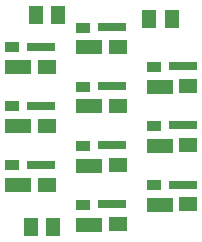
<source format=gtp>
G04*
G04 #@! TF.GenerationSoftware,Altium Limited,Altium Designer,22.0.2 (36)*
G04*
G04 Layer_Color=8421504*
%FSLAX25Y25*%
%MOIN*%
G70*
G04*
G04 #@! TF.SameCoordinates,30A63591-0E6C-4272-A93C-493934CF8E47*
G04*
G04*
G04 #@! TF.FilePolarity,Positive*
G04*
G01*
G75*
%ADD12R,0.05118X0.05906*%
%ADD13R,0.05906X0.05118*%
%ADD14R,0.08661X0.04724*%
%ADD15R,0.05118X0.03543*%
%ADD16R,0.09449X0.03150*%
D12*
X-14260Y37000D02*
D03*
X-21740D02*
D03*
X-15945Y-33823D02*
D03*
X-23425D02*
D03*
X16000Y35500D02*
D03*
X23480D02*
D03*
D13*
X29075Y-6453D02*
D03*
Y13236D02*
D03*
X5453Y26362D02*
D03*
X-18169Y19799D02*
D03*
X5453Y6673D02*
D03*
X-18169Y110D02*
D03*
X5453Y-13016D02*
D03*
X-18169Y-19579D02*
D03*
X29075Y-26142D02*
D03*
X5453Y-32693D02*
D03*
D14*
X19453Y-6650D02*
D03*
Y13039D02*
D03*
X-4169Y26165D02*
D03*
X-27791Y19602D02*
D03*
X-4169Y6476D02*
D03*
X-27791Y-87D02*
D03*
X-4169Y-13213D02*
D03*
X-27791Y-19776D02*
D03*
X19453Y-26339D02*
D03*
X-4169Y-32890D02*
D03*
D15*
X17681Y-59D02*
D03*
Y19630D02*
D03*
X-5941Y32756D02*
D03*
X-29563Y26193D02*
D03*
X-5941Y13067D02*
D03*
X-29563Y6504D02*
D03*
X-5941Y-6622D02*
D03*
X-29563Y-13185D02*
D03*
X17681Y-19748D02*
D03*
X-5941Y-26299D02*
D03*
D16*
X27303Y138D02*
D03*
Y19827D02*
D03*
X3681Y32953D02*
D03*
X-19941Y26390D02*
D03*
X3681Y13264D02*
D03*
X-19941Y6701D02*
D03*
X3681Y-6425D02*
D03*
X-19941Y-12988D02*
D03*
X27303Y-19551D02*
D03*
X3681Y-26102D02*
D03*
M02*

</source>
